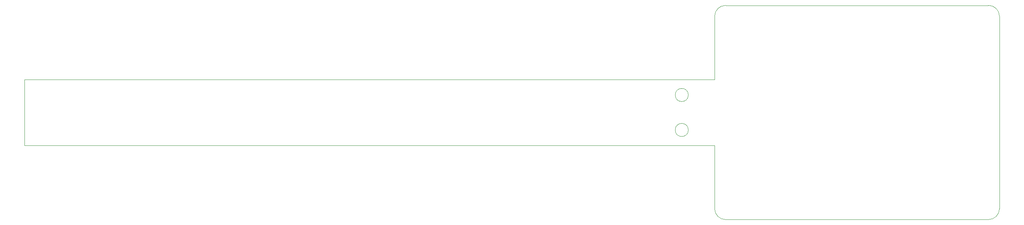
<source format=gm1>
G04 #@! TF.GenerationSoftware,KiCad,Pcbnew,(5.1.10)-1*
G04 #@! TF.CreationDate,2022-05-27T17:54:40+02:00*
G04 #@! TF.ProjectId,POV_display_schematic,504f565f-6469-4737-906c-61795f736368,1*
G04 #@! TF.SameCoordinates,Original*
G04 #@! TF.FileFunction,Profile,NP*
%FSLAX46Y46*%
G04 Gerber Fmt 4.6, Leading zero omitted, Abs format (unit mm)*
G04 Created by KiCad (PCBNEW (5.1.10)-1) date 2022-05-27 17:54:40*
%MOMM*%
%LPD*%
G01*
G04 APERTURE LIST*
G04 #@! TA.AperFunction,Profile*
%ADD10C,0.038100*%
G04 #@! TD*
G04 APERTURE END LIST*
D10*
X270000000Y-73000000D02*
G75*
G02*
X272500000Y-75500000I0J-2500000D01*
G01*
X272500000Y-119500000D02*
G75*
G02*
X270000000Y-122000000I-2500000J0D01*
G01*
X210000000Y-122000000D02*
G75*
G02*
X207500000Y-119500000I0J2500000D01*
G01*
X207500000Y-75500000D02*
G75*
G02*
X210000000Y-73000000I2500000J0D01*
G01*
X207500000Y-119500000D02*
X207500000Y-105000000D01*
X270000000Y-122000000D02*
X210000000Y-122000000D01*
X272500000Y-75500000D02*
X272500000Y-119500000D01*
X210000000Y-73000000D02*
X270000000Y-73000000D01*
X207500000Y-90000000D02*
X207500000Y-75500000D01*
X50000000Y-105000000D02*
X207500000Y-105000000D01*
X207500000Y-90000000D02*
X50000000Y-90000000D01*
X201500000Y-101500000D02*
G75*
G03*
X201500000Y-101500000I-1500000J0D01*
G01*
X201500000Y-93500000D02*
G75*
G03*
X201500000Y-93500000I-1500000J0D01*
G01*
X50000000Y-90000000D02*
X50000000Y-105000000D01*
M02*

</source>
